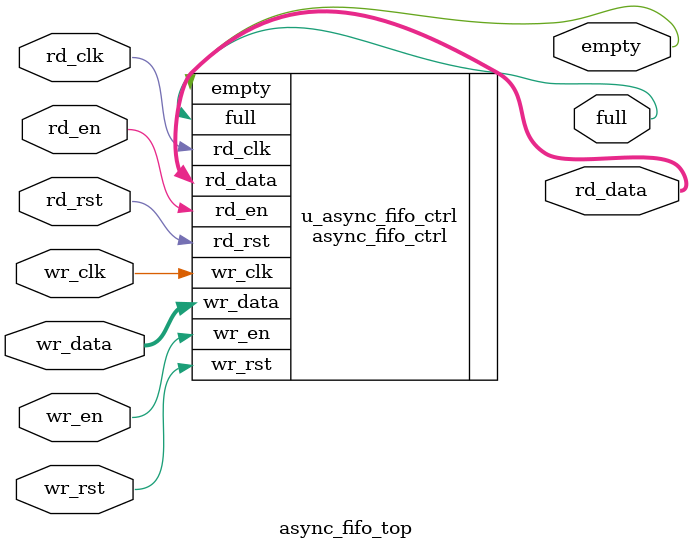
<source format=v>
`timescale 1ns / 1ps

module async_fifo_top #(
    parameter DATA_WIDTH = 41,
    parameter ADDR_WIDTH = 4
)(
    input  wire                   wr_clk,
    input  wire                   wr_rst,
    input  wire                   wr_en,
    input  wire [DATA_WIDTH-1:0]  wr_data,

    input  wire                   rd_clk,
    input  wire                   rd_rst,
    input  wire                   rd_en,

    output wire                   full,
    output wire                   empty,
    output wire [DATA_WIDTH-1:0]  rd_data
);

    // Instantiate the asynchronous FIFO controller
    async_fifo_ctrl #(
        .DATA_WIDTH(DATA_WIDTH),
        .ADDR_WIDTH(ADDR_WIDTH)
    ) u_async_fifo_ctrl (
        .wr_clk(wr_clk),
        .wr_rst(wr_rst),       // Pass write domain reset
        .wr_en(wr_en),
        .wr_data(wr_data),

        .rd_clk(rd_clk),
        .rd_rst(rd_rst),       // Pass read domain reset
        .rd_en(rd_en),

        .full(full),
        .empty(empty),
        .rd_data(rd_data)
    );

endmodule
</source>
